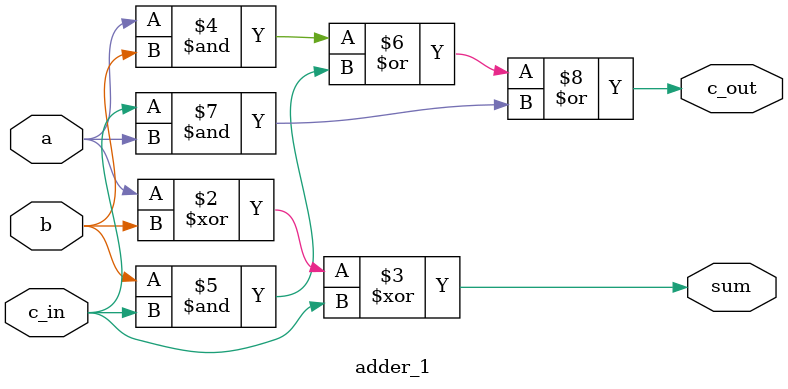
<source format=sv>
/*
  a 1 bit addder that we can daisy chain for 
  ripple carry adders
*/

module adder_1(a, b, c_in, sum, c_out);

input wire a, b, c_in;
output logic sum, c_out;

always_comb begin
  sum = a ^ b ^ c_in;
  c_out = (a & b) | (b & c_in) | (c_in & a);
end

endmodule

</source>
